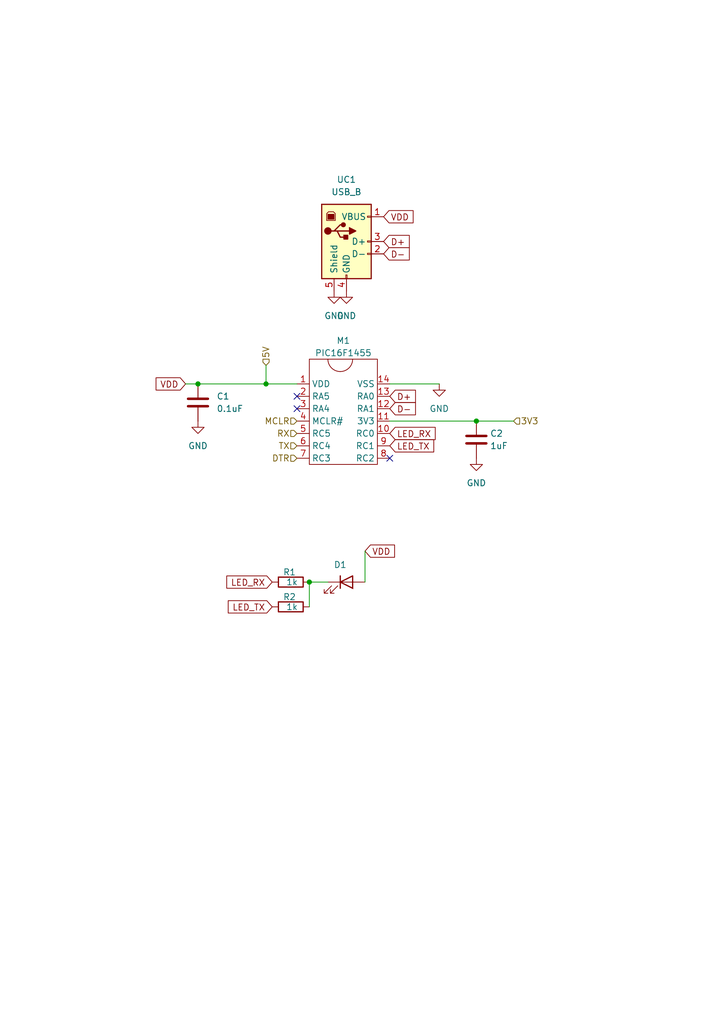
<source format=kicad_sch>
(kicad_sch (version 20231120) (generator "eeschema") (generator_version "8.0")
  (paper "A5" portrait)
  (lib_symbols
    (symbol "0Ore:PIC16F1455"
      (property "Reference" "U" (at 0 0 0))
      (symbol "PIC16F1455_0_1"
        (rectangle (start -7.62 22.86) (end 6.35 1.27))
        (arc (start -3.81 22.86) (mid -3.0661 21.0639) (end -1.27 20.32))
        (arc (start -1.27 20.32) (mid 0.5261 21.0639) (end 1.27 22.86))
      )
      (symbol "PIC16F1455_1_1"
        (pin output line (at -10.16 17.78 0) (length 2.54) (name "VDD") (number "1"))
        (pin bidirectional line (at 8.89 7.62 180) (length 2.54) (name "RC0") (number "10"))
        (pin output line (at 8.89 10.16 180) (length 2.54) (name "3V3") (number "11"))
        (pin bidirectional line (at 8.89 12.7 180) (length 2.54) (name "RA1") (number "12"))
        (pin bidirectional line (at 8.89 15.24 180) (length 2.54) (name "RA0") (number "13"))
        (pin output line (at 8.89 17.78 180) (length 2.54) (name "VSS") (number "14"))
        (pin bidirectional line (at -10.16 15.24 0) (length 2.54) (name "RA5") (number "2"))
        (pin bidirectional line (at -10.16 12.7 0) (length 2.54) (name "RA4") (number "3"))
        (pin input line (at -10.16 10.16 0) (length 2.54) (name "MCLR#") (number "4"))
        (pin bidirectional line (at -10.16 7.62 0) (length 2.54) (name "RC5") (number "5"))
        (pin bidirectional line (at -10.16 5.08 0) (length 2.54) (name "RC4") (number "6"))
        (pin bidirectional line (at -10.16 2.54 0) (length 2.54) (name "RC3") (number "7"))
        (pin bidirectional line (at 8.89 2.54 180) (length 2.54) (name "RC2") (number "8"))
        (pin bidirectional line (at 8.89 5.08 180) (length 2.54) (name "RC1") (number "9"))
      )
    )
    (symbol "Connector:USB_B" (pin_names (offset 1.016))
      (property "Reference" "J" (at -5.08 11.43 0))
      (property "Value" "USB_B" (at -5.08 8.89 0))
      (symbol "USB_B_0_1"
        (rectangle (start -5.08 -7.62) (end 5.08 7.62) (stroke (width 0.254)) (fill (type background)))
        (circle (center -3.81 2.159) (radius 0.635) (stroke (width 0.254)) (fill (type outline)))
        (rectangle (start -3.81 5.588) (end -2.54 4.572) (fill (type outline)))
        (circle (center -0.635 3.429) (radius 0.381) (stroke (width 0.254)) (fill (type outline)))
        (rectangle (start -0.127 -7.62) (end 0.127 -6.858))
        (polyline (pts (xy -1.905 2.159) (xy 0.635 2.159)) (stroke (width 0.254)))
        (polyline (pts (xy -3.175 2.159) (xy -2.54 2.159) (xy -1.27 3.429) (xy -0.635 3.429)) (stroke (width 0.254)))
        (polyline (pts (xy -2.54 2.159) (xy -1.905 2.159) (xy -1.27 0.889) (xy 0 0.889)) (stroke (width 0.254)))
        (polyline (pts (xy 0.635 2.794) (xy 0.635 1.524) (xy 1.905 2.159) (xy 0.635 2.794)) (stroke (width 0.254)) (fill (type outline)))
        (polyline (pts (xy -4.064 4.318) (xy -2.286 4.318) (xy -2.286 5.715) (xy -2.667 6.096) (xy -3.683 6.096) (xy -4.064 5.715) (xy -4.064 4.318)))
        (rectangle (start 0.254 1.27) (end -0.508 0.508) (stroke (width 0.254)) (fill (type outline)))
        (rectangle (start 5.08 -2.667) (end 4.318 -2.413))
        (rectangle (start 5.08 -0.127) (end 4.318 0.127))
        (rectangle (start 5.08 4.953) (end 4.318 5.207))
      )
      (symbol "USB_B_1_1"
        (pin power_out line (at 7.62 5.08 180) (length 2.54) (name "VBUS") (number "1"))
        (pin bidirectional line (at 7.62 -2.54 180) (length 2.54) (name "D-") (number "2"))
        (pin bidirectional line (at 7.62 0 180) (length 2.54) (name "D+") (number "3"))
        (pin power_out line (at 0 -10.16 90) (length 2.54) (name "GND") (number "4"))
        (pin passive line (at -2.54 -10.16 90) (length 2.54) (name "Shield") (number "5"))
      )
    )
    (symbol "Device:C" (pin_numbers hide) (pin_names (offset 0.254))
      (property "Reference" "C" (at 0.635 2.54 0))
      (property "Value" "C" (at 0.635 -2.54 0))
      (symbol "C_0_1"
        (polyline (pts (xy -2.032 -0.762) (xy 2.032 -0.762)) (stroke (width 0.508)))
        (polyline (pts (xy -2.032 0.762) (xy 2.032 0.762)) (stroke (width 0.508)))
      )
      (symbol "C_1_1"
        (pin passive line (at 0 3.81 270) (length 2.794) (name "~") (number "1"))
        (pin passive line (at 0 -3.81 90) (length 2.794) (name "~") (number "2"))
      )
    )
    (symbol "Device:LED" (pin_numbers hide) (pin_names (offset 1.016) hide)
      (property "Reference" "D" (at 0 2.54 0))
      (property "Value" "LED" (at 0 -2.54 0))
      (symbol "LED_0_1"
        (polyline (pts (xy -1.27 -1.27) (xy -1.27 1.27)) (stroke (width 0.254)))
        (polyline (pts (xy -1.27 0) (xy 1.27 0)))
        (polyline (pts (xy 1.27 -1.27) (xy 1.27 1.27) (xy -1.27 0) (xy 1.27 -1.27)) (stroke (width 0.254)))
        (polyline (pts (xy -3.048 -0.762) (xy -4.572 -2.286) (xy -3.81 -2.286) (xy -4.572 -2.286) (xy -4.572 -1.524)))
        (polyline (pts (xy -1.778 -0.762) (xy -3.302 -2.286) (xy -2.54 -2.286) (xy -3.302 -2.286) (xy -3.302 -1.524)))
      )
      (symbol "LED_1_1"
        (pin passive line (at -3.81 0 0) (length 2.54) (name "K") (number "1"))
        (pin passive line (at 3.81 0 180) (length 2.54) (name "A") (number "2"))
      )
    )
    (symbol "Device:R" (pin_numbers hide) (pin_names (offset 0))
      (property "Reference" "R" (at 2.032 0 90))
      (property "Value" "R" (at 0 0 90))
      (symbol "R_0_1"
        (rectangle (start -1.016 -2.54) (end 1.016 2.54) (stroke (width 0.254)))
      )
      (symbol "R_1_1"
        (pin passive line (at 0 3.81 270) (length 1.27) (name "~") (number "1"))
        (pin passive line (at 0 -3.81 90) (length 1.27) (name "~") (number "2"))
      )
    )
    (symbol "power:GND" (power) (pin_numbers hide) (pin_names (offset 0) hide)
      (property "Value" "GND" (at 0 -3.81 0))
      (symbol "GND_0_1"
        (polyline (pts (xy 0 0) (xy 0 -1.27) (xy 1.27 -1.27) (xy 0 -2.54) (xy -1.27 -1.27) (xy 0 -1.27)))
      )
      (symbol "GND_1_1"
        (pin power_in line (at 0 0 270) (length 0) (name "~") (number "1"))
      )
    )
  )
  (junction (at 97.79 86.36))
  (junction (at 54.61 78.74))
  (junction (at 40.64 78.74))
  (junction (at 63.5 119.38))
  (no_connect (at 80.01 93.98))
  (no_connect (at 60.96 81.28))
  (no_connect (at 60.96 83.82))
  (wire (pts (xy 63.5 119.38) (xy 67.31 119.38)))
  (wire (pts (xy 54.61 74.93) (xy 54.61 78.74)))
  (wire (pts (xy 80.01 78.74) (xy 90.17 78.74)))
  (wire (pts (xy 38.1 78.74) (xy 40.64 78.74)))
  (wire (pts (xy 54.61 78.74) (xy 60.96 78.74)))
  (wire (pts (xy 105.41 86.36) (xy 97.79 86.36)))
  (wire (pts (xy 80.01 86.36) (xy 97.79 86.36)))
  (wire (pts (xy 74.93 113.03) (xy 74.93 119.38)))
  (wire (pts (xy 40.64 78.74) (xy 54.61 78.74)))
  (wire (pts (xy 63.5 119.38) (xy 63.5 124.46)))
  (global_label "LED_TX" (shape input) (at 55.88 124.46 180) (property "Intersheetrefs" "${INTERSHEET_REFS}" (effects (hide yes))))
  (global_label "D-" (shape input) (at 78.74 52.07 0) (property "Intersheetrefs" "${INTERSHEET_REFS}" (effects (hide yes))))
  (global_label "VDD" (shape input) (at 74.93 113.03 0) (property "Intersheetrefs" "${INTERSHEET_REFS}" (effects (hide yes))))
  (global_label "D+" (shape input) (at 78.74 49.53 0) (property "Intersheetrefs" "${INTERSHEET_REFS}" (effects (hide yes))))
  (global_label "LED_RX" (shape input) (at 80.01 88.9 0) (property "Intersheetrefs" "${INTERSHEET_REFS}" (effects (hide yes))))
  (global_label "D-" (shape input) (at 80.01 83.82 0) (property "Intersheetrefs" "${INTERSHEET_REFS}" (effects (hide yes))))
  (global_label "VDD" (shape input) (at 78.74 44.45 0) (property "Intersheetrefs" "${INTERSHEET_REFS}" (effects (hide yes))))
  (global_label "D+" (shape input) (at 80.01 81.28 0) (property "Intersheetrefs" "${INTERSHEET_REFS}" (effects (hide yes))))
  (global_label "LED_TX" (shape input) (at 80.01 91.44 0) (property "Intersheetrefs" "${INTERSHEET_REFS}" (effects (hide yes))))
  (global_label "LED_RX" (shape input) (at 55.88 119.38 180) (property "Intersheetrefs" "${INTERSHEET_REFS}" (effects (hide yes))))
  (global_label "VDD" (shape input) (at 38.1 78.74 180) (property "Intersheetrefs" "${INTERSHEET_REFS}" (effects (hide yes))))
  (hierarchical_label "MCLR" (shape input) (at 60.96 86.36 180))
  (hierarchical_label "TX" (shape input) (at 60.96 91.44 180))
  (hierarchical_label "RX" (shape input) (at 60.96 88.9 180))
  (hierarchical_label "3V3" (shape input) (at 105.41 86.36 0))
  (hierarchical_label "5V" (shape input) (at 54.61 74.93 90))
  (hierarchical_label "DTR" (shape input) (at 60.96 93.98 180))
  (symbol (lib_id "power:GND") (at 97.79 93.98 0) (unit 1)
    (property "Reference" "#PWR04" (effects (hide yes)))
    (property "Value" "GND" (at 97.79 99.06 0))
    (property "Description" "Power symbol creates a global label with name \"GND\" , ground" (effects (hide yes)))
  )
  (symbol (lib_id "Device:C") (at 97.79 90.17 0) (unit 1)
    (property "Reference" "C2" (at 100.584 88.9 0) (effects (justify left)))
    (property "Value" "1uF" (at 100.584 91.44 0) (effects (justify left)))
    (property "Description" "Unpolarized capacitor" (effects (hide yes)))
  )
  (symbol (lib_id "Device:R") (at 59.69 124.46 90) (unit 1)
    (property "Reference" "R2" (at 59.436 122.428 90))
    (property "Value" "1k" (at 59.944 124.46 90))
    (property "Description" "Resistor" (effects (hide yes)))
  )
  (symbol (lib_id "Device:R") (at 59.69 119.38 90) (unit 1)
    (property "Reference" "R1" (at 59.436 117.348 90))
    (property "Value" "1k" (at 59.944 119.38 90))
    (property "Description" "Resistor" (effects (hide yes)))
  )
  (symbol (lib_id "Device:C") (at 40.64 82.55 0) (unit 1)
    (property "Reference" "C1" (at 44.45 81.2799 0) (effects (justify left)))
    (property "Value" "0.1uF" (at 44.45 83.8199 0) (effects (justify left)))
    (property "Description" "Unpolarized capacitor" (effects (hide yes)))
  )
  (symbol (lib_id "power:GND") (at 68.58 59.69 0) (unit 1)
    (property "Reference" "#PWR03" (effects (hide yes)))
    (property "Value" "GND" (at 68.58 64.77 0))
    (property "Description" "Power symbol creates a global label with name \"GND\" , ground" (effects (hide yes)))
  )
  (symbol (lib_id "power:GND") (at 90.17 78.74 0) (unit 1)
    (property "Reference" "#PWR02" (effects (hide yes)))
    (property "Value" "GND" (at 90.17 83.82 0))
    (property "Description" "Power symbol creates a global label with name \"GND\" , ground" (effects (hide yes)))
  )
  (symbol (lib_id "power:GND") (at 71.12 59.69 0) (unit 1)
    (property "Reference" "#PWR01" (effects (hide yes)))
    (property "Value" "GND" (at 71.12 64.77 0))
    (property "Description" "Power symbol creates a global label with name \"GND\" , ground" (effects (hide yes)))
  )
  (symbol (lib_id "Device:LED") (at 71.12 119.38 0) (unit 1)
    (property "Reference" "D1" (at 69.85 115.824 0))
    (property "Value" "LED" (effects (hide yes)))
    (property "Description" "Light emitting diode" (effects (hide yes)))
  )
  (symbol (lib_id "Connector:USB_B") (at 71.12 49.53 0) (unit 1)
    (property "Reference" "UC1" (at 71.12 36.83 0))
    (property "Value" "USB_B" (at 71.12 39.37 0))
    (property "Datasheet" " ~" (effects (hide yes)))
    (property "Description" "USB Type B connector" (effects (hide yes)))
  )
  (symbol (lib_id "0Ore:PIC16F1455") (at 71.12 96.52 0) (unit 1)
    (property "Reference" "M1" (at 70.485 69.85 0))
    (property "Value" "PIC16F1455" (at 70.485 72.39 0))
  )
  (symbol (lib_id "power:GND") (at 40.64 86.36 0) (unit 1)
    (property "Reference" "#PWR05" (effects (hide yes)))
    (property "Value" "GND" (at 40.64 91.44 0))
    (property "Description" "Power symbol creates a global label with name \"GND\" , ground" (effects (hide yes)))
  )
)
</source>
